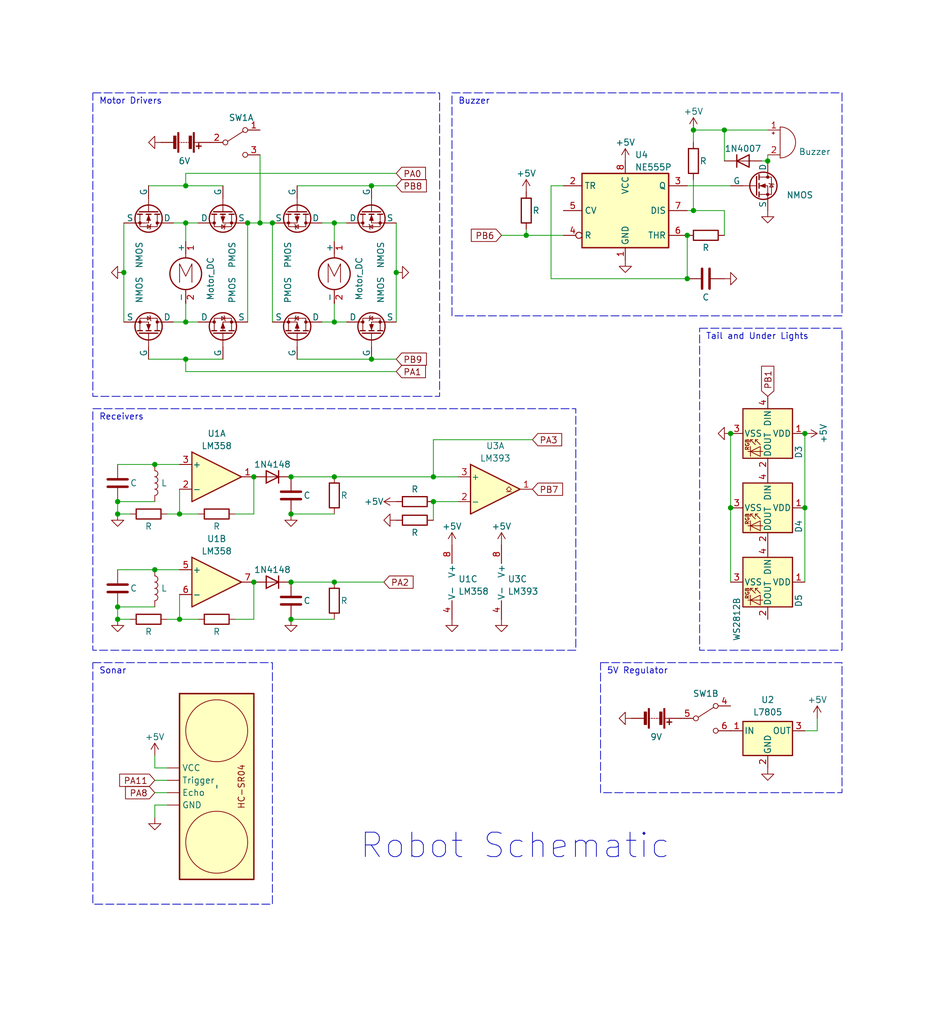
<source format=kicad_sch>
(kicad_sch (version 20230121) (generator eeschema)
  (paper "User" 191.999 210.007)
  (lib_symbols
    (symbol "Amplifier_Operational:LM358" (pin_names (offset 0.127))
      (property "Reference" "U" (at 0 5.08 0))
      (property "Value" "LM358" (at 0 -5.08 0))
      (symbol "LM358_1_1"
        (polyline (pts (xy -5.08 5.08) (xy 5.08 0) (xy -5.08 -5.08) (xy -5.08 5.08)) (stroke (width 0.254)) (fill (type background)))
        (pin output line (at 7.62 0 180) (length 2.54) (name "~") (number "1"))
        (pin input line (at -7.62 -2.54 0) (length 2.54) (name "-") (number "2"))
        (pin input line (at -7.62 2.54 0) (length 2.54) (name "+") (number "3"))
      )
      (symbol "LM358_2_1"
        (polyline (pts (xy -5.08 5.08) (xy 5.08 0) (xy -5.08 -5.08) (xy -5.08 5.08)) (stroke (width 0.254)) (fill (type background)))
        (pin input line (at -7.62 2.54 0) (length 2.54) (name "+") (number "5"))
        (pin input line (at -7.62 -2.54 0) (length 2.54) (name "-") (number "6"))
        (pin output line (at 7.62 0 180) (length 2.54) (name "~") (number "7"))
      )
      (symbol "LM358_3_1"
        (pin power_in line (at -2.54 -7.62 90) (length 3.81) (name "V-") (number "4"))
        (pin power_in line (at -2.54 7.62 270) (length 3.81) (name "V+") (number "8"))
      )
    )
    (symbol "Comparator:LM393" (pin_names (offset 0.127))
      (property "Reference" "U" (at 3.81 3.81 0))
      (property "Value" "LM393" (at 6.35 -3.81 0))
      (symbol "LM393_1_1"
        (polyline (pts (xy -5.08 5.08) (xy 5.08 0) (xy -5.08 -5.08) (xy -5.08 5.08)) (stroke (width 0.254)) (fill (type background)))
        (polyline (pts (xy 3.302 -0.508) (xy 2.794 -0.508) (xy 3.302 0) (xy 2.794 0.508) (xy 2.286 0) (xy 2.794 -0.508) (xy 2.286 -0.508)) (stroke (width 0.127)))
        (pin open_collector line (at 7.62 0 180) (length 2.54) (name "~") (number "1"))
        (pin input line (at -7.62 -2.54 0) (length 2.54) (name "-") (number "2"))
        (pin input line (at -7.62 2.54 0) (length 2.54) (name "+") (number "3"))
      )
      (symbol "LM393_2_1"
        (polyline (pts (xy -5.08 5.08) (xy 5.08 0) (xy -5.08 -5.08) (xy -5.08 5.08)) (stroke (width 0.254)) (fill (type background)))
        (polyline (pts (xy 3.302 -0.508) (xy 2.794 -0.508) (xy 3.302 0) (xy 2.794 0.508) (xy 2.286 0) (xy 2.794 -0.508) (xy 2.286 -0.508)) (stroke (width 0.127)))
        (pin input line (at -7.62 2.54 0) (length 2.54) (name "+") (number "5"))
        (pin input line (at -7.62 -2.54 0) (length 2.54) (name "-") (number "6"))
        (pin open_collector line (at 7.62 0 180) (length 2.54) (name "~") (number "7"))
      )
      (symbol "LM393_3_1"
        (pin power_in line (at -2.54 -7.62 90) (length 3.81) (name "V-") (number "4"))
        (pin power_in line (at -2.54 7.62 270) (length 3.81) (name "V+") (number "8"))
      )
    )
    (symbol "Device:Battery" (pin_numbers hide) (pin_names (offset 0) hide)
      (property "Reference" "BT" (at 2.54 2.54 0))
      (property "Value" "Battery" (at 2.54 0 0))
      (symbol "Battery_0_1"
        (rectangle (start -2.032 -1.397) (end 2.032 -1.651) (fill (type outline)))
        (rectangle (start -2.032 1.778) (end 2.032 1.524) (fill (type outline)))
        (rectangle (start -1.3208 -1.9812) (end 1.27 -2.4892) (fill (type outline)))
        (rectangle (start -1.3208 1.1938) (end 1.27 0.6858) (fill (type outline)))
        (polyline (pts (xy 0 -1.524) (xy 0 -1.27)))
        (polyline (pts (xy 0 -1.016) (xy 0 -0.762)))
        (polyline (pts (xy 0 -0.508) (xy 0 -0.254)))
        (polyline (pts (xy 0 0) (xy 0 0.254)))
        (polyline (pts (xy 0 0.508) (xy 0 0.762)))
        (polyline (pts (xy 0 1.778) (xy 0 2.54)))
        (polyline (pts (xy 0.254 2.667) (xy 1.27 2.667)) (stroke (width 0.254)))
        (polyline (pts (xy 0.762 3.175) (xy 0.762 2.159)) (stroke (width 0.254)))
      )
      (symbol "Battery_1_1"
        (pin passive line (at 0 5.08 270) (length 2.54) (name "+") (number "1"))
        (pin passive line (at 0 -5.08 90) (length 2.54) (name "-") (number "2"))
      )
    )
    (symbol "Device:Buzzer" (pin_names (offset 0.0254) hide)
      (property "Reference" "BZ" (at 3.81 1.27 0))
      (property "Value" "Buzzer" (at 3.81 -1.27 0))
      (symbol "Buzzer_0_1"
        (arc (start 0 -3.175) (mid 3.1612 0) (end 0 3.175))
        (polyline (pts (xy -1.651 1.905) (xy -1.143 1.905)))
        (polyline (pts (xy -1.397 2.159) (xy -1.397 1.651)))
        (polyline (pts (xy 0 3.175) (xy 0 -3.175)))
      )
      (symbol "Buzzer_1_1"
        (pin passive line (at -2.54 2.54 0) (length 2.54) (name "-") (number "1"))
        (pin passive line (at -2.54 -2.54 0) (length 2.54) (name "+") (number "2"))
      )
    )
    (symbol "Device:C" (pin_numbers hide) (pin_names (offset 0.254))
      (property "Reference" "C" (at 0.635 2.54 0))
      (property "Value" "C" (at 0.635 -2.54 0))
      (symbol "C_0_1"
        (polyline (pts (xy -2.032 -0.762) (xy 2.032 -0.762)) (stroke (width 0.508)))
        (polyline (pts (xy -2.032 0.762) (xy 2.032 0.762)) (stroke (width 0.508)))
      )
      (symbol "C_1_1"
        (pin passive line (at 0 3.81 270) (length 2.794) (name "~") (number "1"))
        (pin passive line (at 0 -3.81 90) (length 2.794) (name "~") (number "2"))
      )
    )
    (symbol "Device:L" (pin_numbers hide) (pin_names (offset 1.016) hide)
      (property "Reference" "L" (at -1.27 0 90))
      (property "Value" "L" (at 1.905 0 90))
      (symbol "L_0_1"
        (arc (start 0 -2.54) (mid 0.6323 -1.905) (end 0 -1.27))
        (arc (start 0 -1.27) (mid 0.6323 -0.635) (end 0 0))
        (arc (start 0 0) (mid 0.6323 0.635) (end 0 1.27))
        (arc (start 0 1.27) (mid 0.6323 1.905) (end 0 2.54))
      )
      (symbol "L_1_1"
        (pin passive line (at 0 3.81 270) (length 1.27) (name "1") (number "1"))
        (pin passive line (at 0 -3.81 90) (length 1.27) (name "2") (number "2"))
      )
    )
    (symbol "Device:R" (pin_numbers hide) (pin_names (offset 0))
      (property "Reference" "R" (at 2.032 0 90))
      (property "Value" "R" (at 0 0 90))
      (symbol "R_0_1"
        (rectangle (start -1.016 -2.54) (end 1.016 2.54) (stroke (width 0.254)))
      )
      (symbol "R_1_1"
        (pin passive line (at 0 3.81 270) (length 1.27) (name "~") (number "1"))
        (pin passive line (at 0 -3.81 90) (length 1.27) (name "~") (number "2"))
      )
    )
    (symbol "Diode:1N4007" (pin_numbers hide) (pin_names hide)
      (property "Reference" "D" (at 0 2.54 0))
      (property "Value" "1N4007" (at 0 -2.54 0))
      (symbol "1N4007_0_1"
        (polyline (pts (xy -1.27 1.27) (xy -1.27 -1.27)) (stroke (width 0.254)))
        (polyline (pts (xy 1.27 0) (xy -1.27 0)))
        (polyline (pts (xy 1.27 1.27) (xy 1.27 -1.27) (xy -1.27 0) (xy 1.27 1.27)) (stroke (width 0.254)))
      )
      (symbol "1N4007_1_1"
        (pin passive line (at -3.81 0 0) (length 2.54) (name "K") (number "1"))
        (pin passive line (at 3.81 0 180) (length 2.54) (name "A") (number "2"))
      )
    )
    (symbol "Diode:1N4148" (pin_numbers hide) (pin_names hide)
      (property "Reference" "D" (at 0 2.54 0))
      (property "Value" "1N4148" (at 0 -2.54 0))
      (symbol "1N4148_0_1"
        (polyline (pts (xy -1.27 1.27) (xy -1.27 -1.27)) (stroke (width 0.254)))
        (polyline (pts (xy 1.27 0) (xy -1.27 0)))
        (polyline (pts (xy 1.27 1.27) (xy 1.27 -1.27) (xy -1.27 0) (xy 1.27 1.27)) (stroke (width 0.254)))
      )
      (symbol "1N4148_1_1"
        (pin passive line (at -3.81 0 0) (length 2.54) (name "K") (number "1"))
        (pin passive line (at 3.81 0 180) (length 2.54) (name "A") (number "2"))
      )
    )
    (symbol "HC-SR04:HC-SR04"
      (property "Reference" "U" (at 0 8.89 0))
      (symbol "HC-SR04_0_1"
        (rectangle (start 0 0) (end 0 0))
      )
      (symbol "HC-SR04_1_1"
        (rectangle (start -19.05 7.62) (end 19.05 -7.62) (stroke (width 0.3)) (fill (type background)))
        (circle (center -11.43 0) (radius 6.35))
        (circle (center 11.43 0) (radius 6.35))
        (text "HC-SR04" (at 0 5.08 0) (effects (font (size 1.27 1.27))))
        (pin output line (at 1.27 -10.16 90) (length 2.54) (name "Echo") (number ""))
        (pin power_out line (at 3.81 -10.16 90) (length 2.54) (name "GND") (number ""))
        (pin input line (at -1.27 -10.16 90) (length 2.54) (name "Trigger") (number ""))
        (pin power_in line (at -3.81 -10.16 90) (length 2.54) (name "VCC") (number ""))
      )
    )
    (symbol "LED:WS2812B" (pin_names (offset 0.254))
      (property "Reference" "D" (at 5.08 5.715 0))
      (property "Value" "WS2812B" (at 1.27 -5.715 0))
      (symbol "WS2812B_0_0"
        (text "RGB" (at 2.286 -4.191 0) (effects (font (size 0.762 0.762))))
      )
      (symbol "WS2812B_0_1"
        (polyline (pts (xy 1.27 -3.556) (xy 1.778 -3.556)))
        (polyline (pts (xy 1.27 -2.54) (xy 1.778 -2.54)))
        (polyline (pts (xy 4.699 -3.556) (xy 2.667 -3.556)))
        (polyline (pts (xy 2.286 -2.54) (xy 1.27 -3.556) (xy 1.27 -3.048)))
        (polyline (pts (xy 2.286 -1.524) (xy 1.27 -2.54) (xy 1.27 -2.032)))
        (polyline (pts (xy 3.683 -1.016) (xy 3.683 -3.556) (xy 3.683 -4.064)))
        (polyline (pts (xy 4.699 -1.524) (xy 2.667 -1.524) (xy 3.683 -3.556) (xy 4.699 -1.524)))
        (rectangle (start 5.08 5.08) (end -5.08 -5.08) (stroke (width 0.254)) (fill (type background)))
      )
      (symbol "WS2812B_1_1"
        (pin power_in line (at 0 7.62 270) (length 2.54) (name "VDD") (number "1"))
        (pin output line (at 7.62 0 180) (length 2.54) (name "DOUT") (number "2"))
        (pin power_in line (at 0 -7.62 90) (length 2.54) (name "VSS") (number "3"))
        (pin input line (at -7.62 0 0) (length 2.54) (name "DIN") (number "4"))
      )
    )
    (symbol "Motor:Motor_DC" (pin_names (offset 0))
      (property "Reference" "M" (at 2.54 2.54 0))
      (property "Value" "Motor_DC" (at 2.54 -5.08 0))
      (symbol "Motor_DC_0_0"
        (polyline (pts (xy -1.27 -3.302) (xy -1.27 0.508) (xy 0 -2.032) (xy 1.27 0.508) (xy 1.27 -3.302)))
      )
      (symbol "Motor_DC_0_1"
        (circle (center 0 -1.524) (radius 3.2512) (stroke (width 0.254)))
        (polyline (pts (xy 0 -7.62) (xy 0 -7.112)))
        (polyline (pts (xy 0 -4.7752) (xy 0 -5.1816)))
        (polyline (pts (xy 0 1.7272) (xy 0 2.0828)))
        (polyline (pts (xy 0 2.032) (xy 0 2.54)))
      )
      (symbol "Motor_DC_1_1"
        (pin passive line (at 0 5.08 270) (length 2.54) (name "+") (number "1"))
        (pin passive line (at 0 -7.62 90) (length 2.54) (name "-") (number "2"))
      )
    )
    (symbol "Regulator_Linear:L7805" (pin_names (offset 0.254))
      (property "Reference" "U" (at -3.81 3.175 0))
      (property "Value" "L7805" (at 0 3.175 0))
      (symbol "L7805_0_1"
        (rectangle (start -5.08 1.905) (end 5.08 -5.08) (stroke (width 0.254)) (fill (type background)))
      )
      (symbol "L7805_1_1"
        (pin power_in line (at -7.62 0 0) (length 2.54) (name "IN") (number "1"))
        (pin power_in line (at 0 -7.62 90) (length 2.54) (name "GND") (number "2"))
        (pin power_out line (at 7.62 0 180) (length 2.54) (name "OUT") (number "3"))
      )
    )
    (symbol "Simulation_SPICE:NMOS" (pin_numbers hide) (pin_names (offset 0))
      (property "Reference" "Q" (at 5.08 1.27 0))
      (property "Value" "NMOS" (at 5.08 -1.27 0))
      (symbol "NMOS_0_1"
        (polyline (pts (xy 0.254 0) (xy -2.54 0)))
        (polyline (pts (xy 0.254 1.905) (xy 0.254 -1.905)) (stroke (width 0.254)))
        (polyline (pts (xy 0.762 -1.27) (xy 0.762 -2.286)) (stroke (width 0.254)))
        (polyline (pts (xy 0.762 0.508) (xy 0.762 -0.508)) (stroke (width 0.254)))
        (polyline (pts (xy 0.762 2.286) (xy 0.762 1.27)) (stroke (width 0.254)))
        (polyline (pts (xy 2.54 2.54) (xy 2.54 1.778)))
        (polyline (pts (xy 2.54 -2.54) (xy 2.54 0) (xy 0.762 0)))
        (polyline (pts (xy 0.762 -1.778) (xy 3.302 -1.778) (xy 3.302 1.778) (xy 0.762 1.778)))
        (polyline (pts (xy 1.016 0) (xy 2.032 0.381) (xy 2.032 -0.381) (xy 1.016 0)) (fill (type outline)))
        (polyline (pts (xy 2.794 0.508) (xy 2.921 0.381) (xy 3.683 0.381) (xy 3.81 0.254)))
        (polyline (pts (xy 3.302 0.381) (xy 2.921 -0.254) (xy 3.683 -0.254) (xy 3.302 0.381)))
        (circle (center 1.651 0) (radius 2.794) (stroke (width 0.254)))
        (circle (center 2.54 -1.778) (radius 0.254) (fill (type outline)))
        (circle (center 2.54 1.778) (radius 0.254) (fill (type outline)))
      )
      (symbol "NMOS_1_1"
        (pin passive line (at 2.54 5.08 270) (length 2.54) (name "D") (number "1"))
        (pin input line (at -5.08 0 0) (length 2.54) (name "G") (number "2"))
        (pin passive line (at 2.54 -5.08 90) (length 2.54) (name "S") (number "3"))
      )
    )
    (symbol "Simulation_SPICE:PMOS" (pin_numbers hide) (pin_names (offset 0))
      (property "Reference" "Q" (at 5.08 1.27 0))
      (property "Value" "PMOS" (at 5.08 -1.27 0))
      (symbol "PMOS_0_1"
        (polyline (pts (xy 0.254 0) (xy -2.54 0)))
        (polyline (pts (xy 0.254 1.905) (xy 0.254 -1.905)) (stroke (width 0.254)))
        (polyline (pts (xy 0.762 -1.27) (xy 0.762 -2.286)) (stroke (width 0.254)))
        (polyline (pts (xy 0.762 0.508) (xy 0.762 -0.508)) (stroke (width 0.254)))
        (polyline (pts (xy 0.762 2.286) (xy 0.762 1.27)) (stroke (width 0.254)))
        (polyline (pts (xy 2.54 2.54) (xy 2.54 1.778)))
        (polyline (pts (xy 2.54 -2.54) (xy 2.54 0) (xy 0.762 0)))
        (polyline (pts (xy 0.762 1.778) (xy 3.302 1.778) (xy 3.302 -1.778) (xy 0.762 -1.778)))
        (polyline (pts (xy 2.286 0) (xy 1.27 0.381) (xy 1.27 -0.381) (xy 2.286 0)) (fill (type outline)))
        (polyline (pts (xy 2.794 -0.508) (xy 2.921 -0.381) (xy 3.683 -0.381) (xy 3.81 -0.254)))
        (polyline (pts (xy 3.302 -0.381) (xy 2.921 0.254) (xy 3.683 0.254) (xy 3.302 -0.381)))
        (circle (center 1.651 0) (radius 2.794) (stroke (width 0.254)))
        (circle (center 2.54 -1.778) (radius 0.254) (fill (type outline)))
        (circle (center 2.54 1.778) (radius 0.254) (fill (type outline)))
      )
      (symbol "PMOS_1_1"
        (pin passive line (at 2.54 5.08 270) (length 2.54) (name "D") (number "1"))
        (pin input line (at -5.08 0 0) (length 2.54) (name "G") (number "2"))
        (pin passive line (at 2.54 -5.08 90) (length 2.54) (name "S") (number "3"))
      )
    )
    (symbol "Switch:SW_DPDT_x2" (pin_names (offset 0) hide)
      (property "Reference" "SW" (at 0 4.318 0))
      (property "Value" "SW_DPDT_x2" (at 0 -5.08 0))
      (symbol "SW_DPDT_x2_0_0"
        (circle (center -2.032 0) (radius 0.508))
        (circle (center 2.032 -2.54) (radius 0.508))
      )
      (symbol "SW_DPDT_x2_0_1"
        (polyline (pts (xy -1.524 0.254) (xy 1.651 2.286)))
        (circle (center 2.032 2.54) (radius 0.508))
      )
      (symbol "SW_DPDT_x2_1_1"
        (pin passive line (at 5.08 2.54 180) (length 2.54) (name "A") (number "1"))
        (pin passive line (at -5.08 0 0) (length 2.54) (name "B") (number "2"))
        (pin passive line (at 5.08 -2.54 180) (length 2.54) (name "C") (number "3"))
      )
      (symbol "SW_DPDT_x2_2_1"
        (pin passive line (at 5.08 2.54 180) (length 2.54) (name "A") (number "4"))
        (pin passive line (at -5.08 0 0) (length 2.54) (name "B") (number "5"))
        (pin passive line (at 5.08 -2.54 180) (length 2.54) (name "C") (number "6"))
      )
    )
    (symbol "Timer:NE555P"
      (property "Reference" "U" (at -10.16 8.89 0))
      (property "Value" "NE555P" (at 2.54 8.89 0))
      (symbol "NE555P_0_0"
        (pin power_in line (at 0 -10.16 90) (length 2.54) (name "GND") (number "1"))
        (pin power_in line (at 0 10.16 270) (length 2.54) (name "VCC") (number "8"))
      )
      (symbol "NE555P_0_1"
        (rectangle (start -8.89 -7.62) (end 8.89 7.62) (stroke (width 0.254)) (fill (type background)))
        (rectangle (start -8.89 -7.62) (end 8.89 7.62) (stroke (width 0.254)) (fill (type background)))
      )
      (symbol "NE555P_1_1"
        (pin input line (at -12.7 5.08 0) (length 3.81) (name "TR") (number "2"))
        (pin output line (at 12.7 5.08 180) (length 3.81) (name "Q") (number "3"))
        (pin input inverted (at -12.7 -5.08 0) (length 3.81) (name "R") (number "4"))
        (pin input line (at -12.7 0 0) (length 3.81) (name "CV") (number "5"))
        (pin input line (at 12.7 -5.08 180) (length 3.81) (name "THR") (number "6"))
        (pin input line (at 12.7 0 180) (length 3.81) (name "DIS") (number "7"))
      )
    )
    (symbol "power:+5V" (power) (pin_names (offset 0))
      (property "Value" "+5V" (at 0 3.556 0))
      (symbol "+5V_0_1"
        (polyline (pts (xy -0.762 1.27) (xy 0 2.54)))
        (polyline (pts (xy 0 0) (xy 0 2.54)))
        (polyline (pts (xy 0 2.54) (xy 0.762 1.27)))
      )
      (symbol "+5V_1_1"
        (pin power_in line (at 0 0 90) (length 0) hide (name "+5V") (number "1"))
      )
    )
    (symbol "power:GND" (power) (pin_names (offset 0))
      (property "Value" "GND" (at 0 -3.81 0))
      (symbol "GND_0_1"
        (polyline (pts (xy 0 0) (xy 0 -1.27) (xy 1.27 -1.27) (xy 0 -2.54) (xy -1.27 -1.27) (xy 0 -1.27)))
      )
      (symbol "GND_1_1"
        (pin power_in line (at 0 0 270) (length 0) hide (name "GND") (number "1"))
      )
    )
  )
  (junction (at 149.86 88.9))
  (junction (at 31.75 116.84))
  (junction (at 68.58 66.04))
  (junction (at 59.69 97.79))
  (junction (at 55.88 45.72))
  (junction (at 59.69 127))
  (junction (at 38.1 45.72))
  (junction (at 68.58 45.72))
  (junction (at 50.8 45.72))
  (junction (at 25.4 55.88))
  (junction (at 76.2 73.66))
  (junction (at 157.48 33.02))
  (junction (at 38.1 73.66))
  (junction (at 140.97 57.15))
  (junction (at 142.24 26.67))
  (junction (at 36.83 127))
  (junction (at 68.58 97.79))
  (junction (at 165.1 88.9))
  (junction (at 59.69 119.38))
  (junction (at 140.97 48.26))
  (junction (at 38.1 38.1))
  (junction (at 31.75 95.25))
  (junction (at 36.83 105.41))
  (junction (at 24.13 102.87))
  (junction (at 52.07 119.38))
  (junction (at 81.28 55.88))
  (junction (at 59.69 105.41))
  (junction (at 165.1 104.14))
  (junction (at 53.34 45.72))
  (junction (at 88.9 97.79))
  (junction (at 24.13 127))
  (junction (at 24.13 124.46))
  (junction (at 76.2 38.1))
  (junction (at 149.86 104.14))
  (junction (at 148.59 26.67))
  (junction (at 68.58 119.38))
  (junction (at 52.07 97.79))
  (junction (at 38.1 66.04))
  (junction (at 24.13 105.41))
  (junction (at 88.9 102.87))
  (junction (at 142.24 43.18))
  (junction (at 107.95 48.26))
  (wire (pts (xy 31.75 165.1) (xy 31.75 167.64)))
  (wire (pts (xy 165.1 88.9) (xy 165.1 104.14)))
  (wire (pts (xy 24.13 124.46) (xy 31.75 124.46)))
  (wire (pts (xy 34.29 105.41) (xy 36.83 105.41)))
  (wire (pts (xy 81.28 55.88) (xy 81.28 66.04)))
  (wire (pts (xy 88.9 97.79) (xy 93.98 97.79)))
  (wire (pts (xy 81.28 45.72) (xy 81.28 55.88)))
  (wire (pts (xy 140.97 48.26) (xy 140.97 57.15)))
  (wire (pts (xy 60.96 73.66) (xy 76.2 73.66)))
  (wire (pts (xy 25.4 55.88) (xy 25.4 66.04)))
  (wire (pts (xy 156.21 33.02) (xy 157.48 33.02)))
  (wire (pts (xy 59.69 127) (xy 68.58 127)))
  (wire (pts (xy 53.34 45.72) (xy 55.88 45.72)))
  (wire (pts (xy 157.48 31.75) (xy 157.48 33.02)))
  (wire (pts (xy 88.9 102.87) (xy 88.9 106.68)))
  (wire (pts (xy 88.9 90.17) (xy 88.9 97.79)))
  (wire (pts (xy 31.75 157.48) (xy 34.29 157.48)))
  (wire (pts (xy 60.96 38.1) (xy 76.2 38.1)))
  (wire (pts (xy 76.2 38.1) (xy 81.28 38.1)))
  (wire (pts (xy 36.83 100.33) (xy 36.83 105.41)))
  (wire (pts (xy 50.8 45.72) (xy 53.34 45.72)))
  (wire (pts (xy 149.86 104.14) (xy 149.86 119.38)))
  (wire (pts (xy 40.64 66.04) (xy 38.1 66.04)))
  (wire (pts (xy 48.26 105.41) (xy 52.07 105.41)))
  (wire (pts (xy 38.1 73.66) (xy 30.48 73.66)))
  (wire (pts (xy 31.75 95.25) (xy 36.83 95.25)))
  (wire (pts (xy 115.57 38.1) (xy 113.03 38.1)))
  (wire (pts (xy 102.87 48.26) (xy 107.95 48.26)))
  (wire (pts (xy 140.97 43.18) (xy 142.24 43.18)))
  (wire (pts (xy 36.83 121.92) (xy 36.83 127)))
  (wire (pts (xy 34.29 127) (xy 36.83 127)))
  (wire (pts (xy 88.9 102.87) (xy 93.98 102.87)))
  (wire (pts (xy 48.26 127) (xy 52.07 127)))
  (wire (pts (xy 38.1 76.2) (xy 81.28 76.2)))
  (wire (pts (xy 34.29 165.1) (xy 31.75 165.1)))
  (wire (pts (xy 38.1 66.04) (xy 35.56 66.04)))
  (wire (pts (xy 148.59 43.18) (xy 148.59 48.26)))
  (wire (pts (xy 142.24 43.18) (xy 148.59 43.18)))
  (wire (pts (xy 59.69 97.79) (xy 68.58 97.79)))
  (wire (pts (xy 24.13 127) (xy 26.67 127)))
  (wire (pts (xy 40.64 105.41) (xy 36.83 105.41)))
  (wire (pts (xy 68.58 119.38) (xy 78.74 119.38)))
  (wire (pts (xy 55.88 45.72) (xy 55.88 66.04)))
  (wire (pts (xy 24.13 102.87) (xy 24.13 105.41)))
  (wire (pts (xy 113.03 57.15) (xy 140.97 57.15)))
  (wire (pts (xy 50.8 45.72) (xy 50.8 66.04)))
  (wire (pts (xy 52.07 105.41) (xy 52.07 97.79)))
  (wire (pts (xy 68.58 45.72) (xy 66.04 45.72)))
  (wire (pts (xy 31.75 162.56) (xy 34.29 162.56)))
  (wire (pts (xy 71.12 66.04) (xy 68.58 66.04)))
  (wire (pts (xy 68.58 62.23) (xy 68.58 66.04)))
  (wire (pts (xy 149.86 88.9) (xy 149.86 104.14)))
  (wire (pts (xy 142.24 26.67) (xy 142.24 29.21)))
  (wire (pts (xy 142.24 36.83) (xy 142.24 43.18)))
  (wire (pts (xy 59.69 105.41) (xy 68.58 105.41)))
  (wire (pts (xy 149.86 38.1) (xy 140.97 38.1)))
  (wire (pts (xy 142.24 26.67) (xy 148.59 26.67)))
  (wire (pts (xy 59.69 119.38) (xy 68.58 119.38)))
  (wire (pts (xy 38.1 45.72) (xy 35.56 45.72)))
  (wire (pts (xy 31.75 160.02) (xy 34.29 160.02)))
  (wire (pts (xy 31.75 116.84) (xy 36.83 116.84)))
  (wire (pts (xy 53.34 31.75) (xy 53.34 45.72)))
  (wire (pts (xy 148.59 26.67) (xy 157.48 26.67)))
  (wire (pts (xy 71.12 45.72) (xy 68.58 45.72)))
  (wire (pts (xy 40.64 45.72) (xy 38.1 45.72)))
  (wire (pts (xy 165.1 104.14) (xy 165.1 119.38)))
  (wire (pts (xy 38.1 73.66) (xy 38.1 76.2)))
  (wire (pts (xy 24.13 116.84) (xy 31.75 116.84)))
  (wire (pts (xy 167.64 147.32) (xy 167.64 149.86)))
  (wire (pts (xy 52.07 127) (xy 52.07 119.38)))
  (wire (pts (xy 81.28 35.56) (xy 38.1 35.56)))
  (wire (pts (xy 148.59 26.67) (xy 148.59 33.02)))
  (wire (pts (xy 88.9 90.17) (xy 109.22 90.17)))
  (wire (pts (xy 38.1 38.1) (xy 30.48 38.1)))
  (wire (pts (xy 40.64 127) (xy 36.83 127)))
  (wire (pts (xy 107.95 46.99) (xy 107.95 48.26)))
  (wire (pts (xy 38.1 45.72) (xy 38.1 49.53)))
  (wire (pts (xy 68.58 97.79) (xy 88.9 97.79)))
  (wire (pts (xy 38.1 62.23) (xy 38.1 66.04)))
  (wire (pts (xy 167.64 149.86) (xy 165.1 149.86)))
  (wire (pts (xy 68.58 45.72) (xy 68.58 49.53)))
  (wire (pts (xy 24.13 105.41) (xy 26.67 105.41)))
  (wire (pts (xy 68.58 66.04) (xy 66.04 66.04)))
  (wire (pts (xy 24.13 124.46) (xy 24.13 127)))
  (wire (pts (xy 24.13 95.25) (xy 31.75 95.25)))
  (wire (pts (xy 76.2 73.66) (xy 81.28 73.66)))
  (wire (pts (xy 45.72 38.1) (xy 38.1 38.1)))
  (wire (pts (xy 25.4 45.72) (xy 25.4 55.88)))
  (wire (pts (xy 38.1 35.56) (xy 38.1 38.1)))
  (wire (pts (xy 31.75 154.94) (xy 31.75 157.48)))
  (wire (pts (xy 113.03 38.1) (xy 113.03 57.15)))
  (wire (pts (xy 107.95 48.26) (xy 115.57 48.26)))
  (wire (pts (xy 24.13 102.87) (xy 31.75 102.87)))
  (wire (pts (xy 45.72 73.66) (xy 38.1 73.66)))
  (rectangle (start 19.05 135.89) (end 55.88 185.42) (stroke (width 0) (type dash)))
  (rectangle (start 19.05 83.82) (end 118.11 133.35) (stroke (width 0) (type dash)))
  (rectangle (start 143.51 67.31) (end 172.72 133.35) (stroke (width 0) (type dash)))
  (rectangle (start 92.71 19.05) (end 172.72 64.77) (stroke (width 0) (type dash)))
  (rectangle (start 19.05 19.05) (end 90.17 81.28) (stroke (width 0) (type dash)))
  (rectangle (start 123.19 135.89) (end 172.72 162.56) (stroke (width 0) (type dash)))
  (text "Receivers" (at 20.32 86.36 0) (effects (font (size 1.27 1.27)) (justify left bottom)))
  (text "Sonar\n" (at 20.32 138.43 0) (effects (font (size 1.27 1.27)) (justify left bottom)))
  (text "5V Regulator" (at 124.46 138.43 0) (effects (font (size 1.27 1.27)) (justify left bottom)))
  (text "Motor Drivers" (at 20.32 21.59 0) (effects (font (size 1.27 1.27)) (justify left bottom)))
  (text "Robot Schematic" (at 73.66 176.53 0) (effects (font (size 5 5)) (justify left bottom)))
  (text "Tail and Under Lights" (at 144.78 69.85 0) (effects (font (size 1.27 1.27)) (justify left bottom)))
  (text "Buzzer" (at 93.98 21.59 0) (effects (font (size 1.27 1.27)) (justify left bottom)))
  (global_label "PA1" (shape input) (at 81.28 76.2 0) (property "Intersheetrefs" "${INTERSHEET_REFS}" (effects hide)))
  (global_label "PA11" (shape input) (at 31.75 160.02 180) (property "Intersheetrefs" "${INTERSHEET_REFS}" (effects hide)))
  (global_label "PB1" (shape input) (at 157.48 81.28 90) (property "Intersheetrefs" "${INTERSHEET_REFS}" (effects hide)))
  (global_label "PA0" (shape input) (at 81.28 35.56 0) (property "Intersheetrefs" "${INTERSHEET_REFS}" (effects hide)))
  (global_label "PB9" (shape input) (at 81.28 73.66 0) (property "Intersheetrefs" "${INTERSHEET_REFS}" (effects hide)))
  (global_label "PA3" (shape input) (at 109.22 90.17 0) (property "Intersheetrefs" "${INTERSHEET_REFS}" (effects hide)))
  (global_label "PB8" (shape input) (at 81.28 38.1 0) (property "Intersheetrefs" "${INTERSHEET_REFS}" (effects hide)))
  (global_label "PB7" (shape input) (at 109.22 100.33 0) (property "Intersheetrefs" "${INTERSHEET_REFS}" (effects hide)))
  (global_label "PA2" (shape input) (at 78.74 119.38 0) (property "Intersheetrefs" "${INTERSHEET_REFS}" (effects hide)))
  (global_label "PB6" (shape input) (at 102.87 48.26 180) (property "Intersheetrefs" "${INTERSHEET_REFS}" (effects hide)))
  (global_label "PA8" (shape input) (at 31.75 162.56 180) (property "Intersheetrefs" "${INTERSHEET_REFS}" (effects hide)))
  (symbol (lib_id "power:GND") (at 81.28 106.68 270) (unit 1)
    (property "Reference" "#PWR015" (effects hide))
    (property "Value" "GND" (effects hide))
  )
  (symbol (lib_id "Simulation_SPICE:PMOS") (at 60.96 43.18 270) (unit 1)
    (property "Reference" "Q1" (effects hide))
    (property "Value" "PMOS" (at 59.055 49.53 0) (effects (justify left)))
    (property "Datasheet" "https://ngspice.sourceforge.io/docs/ngspice-manual.pdf" (effects hide))
    (property "Sim.Device" "PMOS" (effects hide))
    (property "Sim.Type" "VDMOS" (effects hide))
    (property "Sim.Pins" "1=D 2=G 3=S" (effects hide))
  )
  (symbol (lib_id "Device:R") (at 44.45 127 90) (mirror x) (unit 1)
    (property "Reference" "R5" (effects hide))
    (property "Value" "R" (at 44.45 129.54 90))
  )
  (symbol (lib_id "Motor:Motor_DC") (at 68.58 54.61 0) (unit 1)
    (property "Reference" "M1" (effects hide))
    (property "Value" "Motor_DC" (at 73.66 57.15 90))
  )
  (symbol (lib_id "Amplifier_Operational:LM358") (at 44.45 119.38 0) (unit 2)
    (property "Reference" "U1" (at 44.45 110.49 0))
    (property "Value" "LM358" (at 44.45 113.03 0))
    (property "Datasheet" "http://www.ti.com/lit/ds/symlink/lm2904-n.pdf" (effects hide))
  )
  (symbol (lib_id "Simulation_SPICE:PMOS") (at 60.96 68.58 270) (mirror x) (unit 1)
    (property "Reference" "Q2" (effects hide))
    (property "Value" "PMOS" (at 59.055 62.23 0) (effects (justify left)))
    (property "Datasheet" "https://ngspice.sourceforge.io/docs/ngspice-manual.pdf" (effects hide))
    (property "Sim.Device" "PMOS" (effects hide))
    (property "Sim.Type" "VDMOS" (effects hide))
    (property "Sim.Pins" "1=D 2=G 3=S" (effects hide))
  )
  (symbol (lib_id "Device:Battery") (at 134.62 147.32 270) (unit 1)
    (property "Reference" "BT1" (effects hide))
    (property "Value" "9V" (at 133.35 151.13 90) (effects (justify left)))
  )
  (symbol (lib_id "Device:Battery") (at 38.1 29.21 270) (unit 1)
    (property "Reference" "BT2" (effects hide))
    (property "Value" "6V" (at 36.576 33.02 90) (effects (justify left)))
  )
  (symbol (lib_id "power:+5V") (at 102.87 111.76 0) (unit 1)
    (property "Reference" "#PWR010" (effects hide))
    (property "Value" "+5V" (at 102.87 107.95 0))
  )
  (symbol (lib_id "Device:C") (at 144.78 57.15 270) (unit 1)
    (property "Reference" "C5" (effects hide))
    (property "Value" "C" (at 144.78 60.96 90))
  )
  (symbol (lib_id "Diode:1N4007") (at 152.4 33.02 0) (unit 1)
    (property "Reference" "D6" (effects hide))
    (property "Value" "1N4007" (at 152.4 30.48 0))
    (property "Footprint" "Diode_THT:D_DO-41_SOD81_P10.16mm_Horizontal" (effects hide))
    (property "Datasheet" "http://www.vishay.com/docs/88503/1n4001.pdf" (effects hide))
    (property "Sim.Device" "D" (effects hide))
    (property "Sim.Pins" "1=K 2=A" (effects hide))
  )
  (symbol (lib_id "power:GND") (at 157.48 43.18 0) (unit 1)
    (property "Reference" "#PWR022" (effects hide))
    (property "Value" "GND" (effects hide))
  )
  (symbol (lib_id "Simulation_SPICE:NMOS") (at 76.2 68.58 90) (unit 1)
    (property "Reference" "Q3" (effects hide))
    (property "Value" "NMOS" (at 78.105 62.23 0) (effects (justify left)))
    (property "Datasheet" "https://ngspice.sourceforge.io/docs/ngspice-manual.pdf" (effects hide))
    (property "Sim.Device" "NMOS" (effects hide))
    (property "Sim.Type" "VDMOS" (effects hide))
    (property "Sim.Pins" "1=D 2=G 3=S" (effects hide))
  )
  (symbol (lib_id "Device:L") (at 31.75 99.06 0) (unit 1)
    (property "Reference" "L1" (effects hide))
    (property "Value" "L" (at 33.02 99.06 0) (effects (justify left)))
  )
  (symbol (lib_id "power:GND") (at 25.4 55.88 270) (unit 1)
    (property "Reference" "#PWR02" (effects hide))
    (property "Value" "GND" (effects hide))
  )
  (symbol (lib_id "Device:C") (at 59.69 101.6 0) (unit 1)
    (property "Reference" "C2" (effects hide))
    (property "Value" "C" (at 62.23 101.6 0) (effects (justify left)))
  )
  (symbol (lib_id "power:GND") (at 59.69 105.41 0) (unit 1)
    (property "Reference" "#PWR012" (effects hide))
    (property "Value" "GND" (effects hide))
  )
  (symbol (lib_id "power:GND") (at 128.27 53.34 0) (unit 1)
    (property "Reference" "#PWR020" (effects hide))
    (property "Value" "GND" (effects hide))
  )
  (symbol (lib_id "Simulation_SPICE:PMOS") (at 45.72 43.18 90) (mirror x) (unit 1)
    (property "Reference" "Q7" (effects hide))
    (property "Value" "PMOS" (at 47.625 49.53 0) (effects (justify left)))
    (property "Datasheet" "https://ngspice.sourceforge.io/docs/ngspice-manual.pdf" (effects hide))
    (property "Sim.Device" "PMOS" (effects hide))
    (property "Sim.Type" "VDMOS" (effects hide))
    (property "Sim.Pins" "1=D 2=G 3=S" (effects hide))
  )
  (symbol (lib_id "power:+5V") (at 107.95 39.37 0) (unit 1)
    (property "Reference" "#PWR024" (effects hide))
    (property "Value" "+5V" (at 107.95 35.56 0))
  )
  (symbol (lib_id "power:+5V") (at 142.24 26.67 0) (unit 1)
    (property "Reference" "#PWR021" (effects hide))
    (property "Value" "+5V" (at 142.24 22.86 0))
  )
  (symbol (lib_id "power:GND") (at 33.02 29.21 270) (unit 1)
    (property "Reference" "#PWR01" (effects hide))
    (property "Value" "GND" (effects hide))
  )
  (symbol (lib_id "Device:R") (at 85.09 102.87 90) (unit 1)
    (property "Reference" "R8" (effects hide))
    (property "Value" "R" (at 85.09 100.33 90))
  )
  (symbol (lib_id "Comparator:LM393") (at 101.6 100.33 0) (unit 1)
    (property "Reference" "U3" (at 101.6 91.44 0))
    (property "Value" "LM393" (at 101.6 93.98 0))
    (property "Datasheet" "http://www.ti.com/lit/ds/symlink/lm393.pdf" (effects hide))
  )
  (symbol (lib_id "power:GND") (at 24.13 105.41 0) (unit 1)
    (property "Reference" "#PWR011" (effects hide))
    (property "Value" "GND" (effects hide))
  )
  (symbol (lib_id "Device:R") (at 44.45 105.41 90) (mirror x) (unit 1)
    (property "Reference" "R2" (effects hide))
    (property "Value" "R" (at 44.45 107.95 90))
  )
  (symbol (lib_id "Simulation_SPICE:NMOS") (at 30.48 43.18 270) (unit 1)
    (property "Reference" "Q5" (effects hide))
    (property "Value" "NMOS" (at 28.575 49.53 0) (effects (justify left)))
    (property "Datasheet" "https://ngspice.sourceforge.io/docs/ngspice-manual.pdf" (effects hide))
    (property "Sim.Device" "NMOS" (effects hide))
    (property "Sim.Type" "VDMOS" (effects hide))
    (property "Sim.Pins" "1=D 2=G 3=S" (effects hide))
  )
  (symbol (lib_id "power:+5V") (at 31.75 154.94 0) (unit 1)
    (property "Reference" "#PWR025" (effects hide))
    (property "Value" "+5V" (at 31.75 151.13 0))
  )
  (symbol (lib_id "Device:Buzzer") (at 160.02 29.21 0) (unit 1)
    (property "Reference" "BZ1" (effects hide))
    (property "Value" "Buzzer" (at 163.83 31.115 0) (effects (justify left)))
  )
  (symbol (lib_id "Motor:Motor_DC") (at 38.1 54.61 0) (unit 1)
    (property "Reference" "M2" (effects hide))
    (property "Value" "Motor_DC" (at 43.18 57.15 90))
  )
  (symbol (lib_id "power:GND") (at 92.71 127 0) (unit 1)
    (property "Reference" "#PWR07" (effects hide))
    (property "Value" "GND" (effects hide))
  )
  (symbol (lib_id "Amplifier_Operational:LM358") (at 44.45 97.79 0) (unit 1)
    (property "Reference" "U1" (at 44.45 88.9 0))
    (property "Value" "LM358" (at 44.45 91.44 0))
    (property "Datasheet" "http://www.ti.com/lit/ds/symlink/lm2904-n.pdf" (effects hide))
  )
  (symbol (lib_id "Device:C") (at 24.13 99.06 0) (unit 1)
    (property "Reference" "C1" (effects hide))
    (property "Value" "C" (at 26.67 99.06 0) (effects (justify left)))
  )
  (symbol (lib_id "Device:R") (at 107.95 43.18 0) (unit 1)
    (property "Reference" "R11" (effects hide))
    (property "Value" "R" (at 109.22 43.18 0) (effects (justify left)))
  )
  (symbol (lib_id "power:GND") (at 31.75 167.64 0) (unit 1)
    (property "Reference" "#PWR026" (effects hide))
    (property "Value" "GND" (effects hide))
  )
  (symbol (lib_id "Device:R") (at 68.58 101.6 0) (unit 1)
    (property "Reference" "R3" (effects hide))
    (property "Value" "R" (at 69.85 101.6 0) (effects (justify left)))
  )
  (symbol (lib_id "Switch:SW_DPDT_x2") (at 48.26 29.21 0) (unit 1)
    (property "Reference" "SW1" (at 52.07 24.13 0) (effects (justify right)))
    (property "Value" "SW_DPDT_x2" (effects hide))
  )
  (symbol (lib_id "power:GND") (at 81.28 55.88 90) (unit 1)
    (property "Reference" "#PWR03" (effects hide))
    (property "Value" "GND" (effects hide))
  )
  (symbol (lib_id "HC-SR04:HC-SR04") (at 44.45 161.29 270) (unit 1)
    (property "Reference" "U5" (effects hide))
    (property "Value" "~" (at 44.45 161.29 0))
  )
  (symbol (lib_id "Device:R") (at 142.24 33.02 0) (unit 1)
    (property "Reference" "R9" (effects hide))
    (property "Value" "R" (at 143.51 33.02 0) (effects (justify left)))
  )
  (symbol (lib_id "Simulation_SPICE:NMOS") (at 30.48 68.58 270) (mirror x) (unit 1)
    (property "Reference" "Q6" (effects hide))
    (property "Value" "NMOS" (at 28.575 62.23 0) (effects (justify left)))
    (property "Datasheet" "https://ngspice.sourceforge.io/docs/ngspice-manual.pdf" (effects hide))
    (property "Sim.Device" "NMOS" (effects hide))
    (property "Sim.Type" "VDMOS" (effects hide))
    (property "Sim.Pins" "1=D 2=G 3=S" (effects hide))
  )
  (symbol (lib_id "Device:C") (at 59.69 123.19 0) (unit 1)
    (property "Reference" "C4" (effects hide))
    (property "Value" "C" (at 62.23 123.19 0) (effects (justify left)))
  )
  (symbol (lib_id "power:+5V") (at 128.27 33.02 0) (unit 1)
    (property "Reference" "#PWR019" (effects hide))
    (property "Value" "+5V" (at 128.27 29.21 0))
  )
  (symbol (lib_id "power:+5V") (at 167.64 147.32 0) (unit 1)
    (property "Reference" "#PWR06" (effects hide))
    (property "Value" "+5V" (at 167.64 143.51 0))
  )
  (symbol (lib_id "LED:WS2812B") (at 157.48 119.38 270) (unit 1)
    (property "Reference" "D5" (at 163.83 123.19 0))
    (property "Value" "WS2812B" (at 151.13 127 0))
    (property "Footprint" "LED_SMD:LED_WS2812B_PLCC4_5.0x5.0mm_P3.2mm" (effects hide))
    (property "Datasheet" "https://cdn-shop.adafruit.com/datasheets/WS2812B.pdf" (effects hide))
  )
  (symbol (lib_id "power:+5V") (at 92.71 111.76 0) (unit 1)
    (property "Reference" "#PWR09" (effects hide))
    (property "Value" "+5V" (at 92.71 107.95 0))
  )
  (symbol (lib_id "Simulation_SPICE:NMOS") (at 76.2 43.18 90) (mirror x) (unit 1)
    (property "Reference" "Q4" (effects hide))
    (property "Value" "NMOS" (at 78.105 49.53 0) (effects (justify left)))
    (property "Datasheet" "https://ngspice.sourceforge.io/docs/ngspice-manual.pdf" (effects hide))
    (property "Sim.Device" "NMOS" (effects hide))
    (property "Sim.Type" "VDMOS" (effects hide))
    (property "Sim.Pins" "1=D 2=G 3=S" (effects hide))
  )
  (symbol (lib_id "Diode:1N4148") (at 55.88 119.38 180) (unit 1)
    (property "Reference" "D2" (effects hide))
    (property "Value" "1N4148" (at 55.88 116.84 0))
    (property "Footprint" "Diode_THT:D_DO-35_SOD27_P7.62mm_Horizontal" (effects hide))
    (property "Datasheet" "https://assets.nexperia.com/documents/data-sheet/1N4148_1N4448.pdf" (effects hide))
    (property "Sim.Device" "D" (effects hide))
    (property "Sim.Pins" "1=K 2=A" (effects hide))
  )
  (symbol (lib_id "Device:L") (at 31.75 120.65 0) (unit 1)
    (property "Reference" "L2" (effects hide))
    (property "Value" "L" (at 33.02 120.65 0) (effects (justify left)))
  )
  (symbol (lib_id "Simulation_SPICE:PMOS") (at 45.72 68.58 90) (unit 1)
    (property "Reference" "Q8" (effects hide))
    (property "Value" "PMOS" (at 47.625 62.23 0) (effects (justify left)))
    (property "Datasheet" "https://ngspice.sourceforge.io/docs/ngspice-manual.pdf" (effects hide))
    (property "Sim.Device" "PMOS" (effects hide))
    (property "Sim.Type" "VDMOS" (effects hide))
    (property "Sim.Pins" "1=D 2=G 3=S" (effects hide))
  )
  (symbol (lib_id "power:GND") (at 102.87 127 0) (unit 1)
    (property "Reference" "#PWR08" (effects hide))
    (property "Value" "GND" (effects hide))
  )
  (symbol (lib_id "Comparator:LM393") (at 105.41 119.38 0) (unit 3)
    (property "Reference" "U3" (at 104.14 118.745 0) (effects (justify left)))
    (property "Value" "LM393" (at 104.14 121.285 0) (effects (justify left)))
    (property "Datasheet" "http://www.ti.com/lit/ds/symlink/lm393.pdf" (effects hide))
  )
  (symbol (lib_id "LED:WS2812B") (at 157.48 104.14 270) (unit 1)
    (property "Reference" "D4" (at 163.83 107.95 0))
    (property "Value" "WS2812B" (effects hide))
    (property "Footprint" "LED_SMD:LED_WS2812B_PLCC4_5.0x5.0mm_P3.2mm" (effects hide))
    (property "Datasheet" "https://cdn-shop.adafruit.com/datasheets/WS2812B.pdf" (effects hide))
  )
  (symbol (lib_id "Device:R") (at 30.48 127 90) (mirror x) (unit 1)
    (property "Reference" "R4" (effects hide))
    (property "Value" "R" (at 30.48 129.54 90))
  )
  (symbol (lib_id "Device:R") (at 85.09 106.68 90) (mirror x) (unit 1)
    (property "Reference" "R7" (effects hide))
    (property "Value" "R" (at 85.09 109.22 90))
  )
  (symbol (lib_id "Simulation_SPICE:NMOS") (at 154.94 38.1 0) (unit 1)
    (property "Reference" "Q9" (effects hide))
    (property "Value" "NMOS" (at 161.29 40.005 0) (effects (justify left)))
    (property "Datasheet" "https://ngspice.sourceforge.io/docs/ngspice-manual.pdf" (effects hide))
    (property "Sim.Device" "NMOS" (effects hide))
    (property "Sim.Type" "VDMOS" (effects hide))
    (property "Sim.Pins" "1=D 2=G 3=S" (effects hide))
  )
  (symbol (lib_id "LED:WS2812B") (at 157.48 88.9 270) (unit 1)
    (property "Reference" "D3" (at 163.83 92.71 0))
    (property "Value" "WS2812B" (effects hide))
    (property "Footprint" "LED_SMD:LED_WS2812B_PLCC4_5.0x5.0mm_P3.2mm" (effects hide))
    (property "Datasheet" "https://cdn-shop.adafruit.com/datasheets/WS2812B.pdf" (effects hide))
  )
  (symbol (lib_id "Device:R") (at 68.58 123.19 0) (unit 1)
    (property "Reference" "R6" (effects hide))
    (property "Value" "R" (at 69.85 123.19 0) (effects (justify left)))
  )
  (symbol (lib_id "Regulator_Linear:L7805") (at 157.48 149.86 0) (unit 1)
    (property "Reference" "U2" (at 157.48 143.51 0))
    (property "Value" "L7805" (at 157.48 146.05 0))
    (property "Datasheet" "http://www.st.com/content/ccc/resource/technical/document/datasheet/41/4f/b3/b0/12/d4/47/88/CD00000444.pdf/files/CD00000444.pdf/jcr:content/translations/en.CD00000444.pdf" (effects hide))
  )
  (symbol (lib_id "power:+5V") (at 165.1 88.9 270) (unit 1)
    (property "Reference" "#PWR018" (effects hide))
    (property "Value" "+5V" (at 168.91 88.9 0))
  )
  (symbol (lib_id "power:GND") (at 149.86 88.9 270) (unit 1)
    (property "Reference" "#PWR017" (effects hide))
    (property "Value" "GND" (effects hide))
  )
  (symbol (lib_id "power:GND") (at 59.69 127 0) (unit 1)
    (property "Reference" "#PWR014" (effects hide))
    (property "Value" "GND" (effects hide))
  )
  (symbol (lib_id "Amplifier_Operational:LM358") (at 95.25 119.38 0) (unit 3)
    (property "Reference" "U1" (at 93.98 118.745 0) (effects (justify left)))
    (property "Value" "LM358" (at 93.98 121.285 0) (effects (justify left)))
    (property "Datasheet" "http://www.ti.com/lit/ds/symlink/lm2904-n.pdf" (effects hide))
  )
  (symbol (lib_id "power:GND") (at 148.59 57.15 90) (unit 1)
    (property "Reference" "#PWR023" (effects hide))
    (property "Value" "GND" (effects hide))
  )
  (symbol (lib_id "Diode:1N4148") (at 55.88 97.79 180) (unit 1)
    (property "Reference" "D1" (effects hide))
    (property "Value" "1N4148" (at 55.88 95.25 0))
    (property "Footprint" "Diode_THT:D_DO-35_SOD27_P7.62mm_Horizontal" (effects hide))
    (property "Datasheet" "https://assets.nexperia.com/documents/data-sheet/1N4148_1N4448.pdf" (effects hide))
    (property "Sim.Device" "D" (effects hide))
    (property "Sim.Pins" "1=K 2=A" (effects hide))
  )
  (symbol (lib_id "power:+5V") (at 81.28 102.87 90) (unit 1)
    (property "Reference" "#PWR016" (effects hide))
    (property "Value" "+5V" (at 78.74 102.87 90) (effects (justify left)))
  )
  (symbol (lib_id "Timer:NE555P") (at 128.27 43.18 0) (unit 1)
    (property "Reference" "U4" (at 130.2259 31.75 0) (effects (justify left)))
    (property "Value" "NE555P" (at 130.2259 34.29 0) (effects (justify left)))
    (property "Footprint" "Package_DIP:DIP-8_W7.62mm" (effects hide))
    (property "Datasheet" "http://www.ti.com/lit/ds/symlink/ne555.pdf" (effects hide))
  )
  (symbol (lib_id "power:GND") (at 157.48 157.48 0) (unit 1)
    (property "Reference" "#PWR05" (effects hide))
    (property "Value" "GND" (effects hide))
  )
  (symbol (lib_id "power:GND") (at 24.13 127 0) (unit 1)
    (property "Reference" "#PWR013" (effects hide))
    (property "Value" "GND" (effects hide))
  )
  (symbol (lib_id "Device:R") (at 144.78 48.26 90) (mirror x) (unit 1)
    (property "Reference" "R10" (effects hide))
    (property "Value" "R" (at 144.78 50.8 90))
  )
  (symbol (lib_id "Switch:SW_DPDT_x2") (at 144.78 147.32 0) (unit 2)
    (property "Reference" "SW1" (at 144.78 142.24 0))
    (property "Value" "SW_DPDT_x2" (effects hide))
  )
  (symbol (lib_id "power:GND") (at 129.54 147.32 270) (unit 1)
    (property "Reference" "#PWR04" (effects hide))
    (property "Value" "GND" (effects hide))
  )
  (symbol (lib_id "Device:R") (at 30.48 105.41 90) (mirror x) (unit 1)
    (property "Reference" "R1" (effects hide))
    (property "Value" "R" (at 30.48 107.95 90))
  )
  (symbol (lib_id "Device:C") (at 24.13 120.65 0) (unit 1)
    (property "Reference" "C3" (effects hide))
    (property "Value" "C" (at 26.67 120.65 0) (effects (justify left)))
  )
)
</source>
